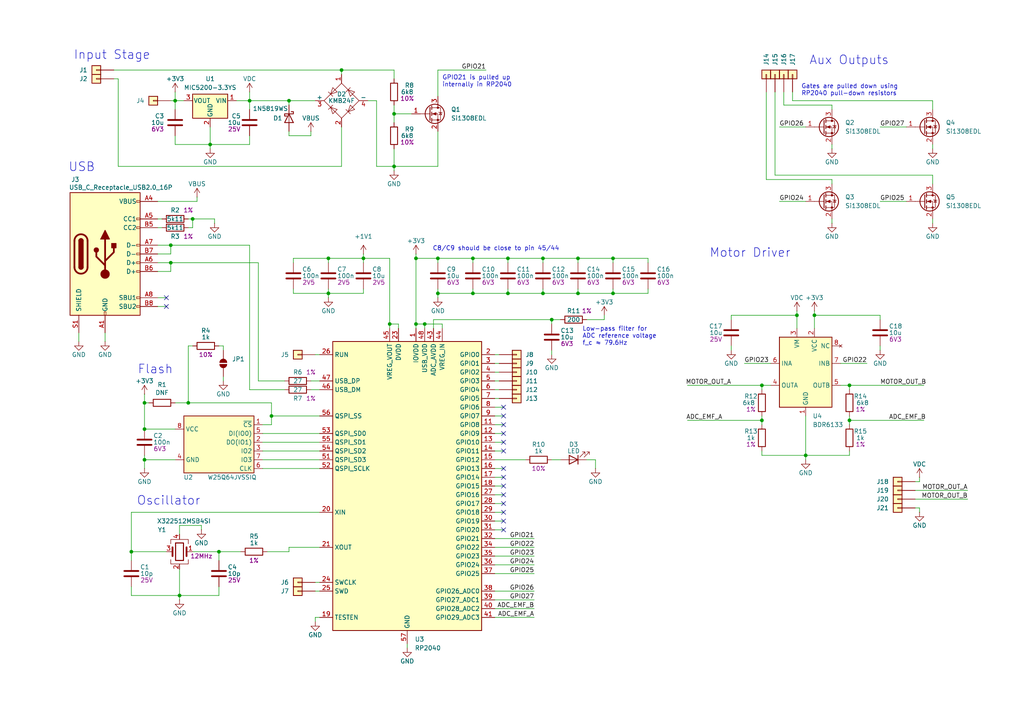
<source format=kicad_sch>
(kicad_sch (version 20231120) (generator "eeschema") (generator_version "8.0")
  (paper "A4")
  (title_block (title "RP2040-Decoder") (date "2024-11-21") (rev "1.0"))
  (junction (at 147.32 85.09))
  (junction (at 63.5 160.02))
  (junction (at 114.3 48.26))
  (junction (at 127 74.93))
  (junction (at 137.16 85.09))
  (junction (at 54.61 116.84))
  (junction (at 236.22 91.44))
  (junction (at 137.16 74.93))
  (junction (at 95.25 74.93))
  (junction (at 52.07 172.72))
  (junction (at 99.06 20.32))
  (junction (at 233.68 132.08))
  (junction (at 83.82 29.21))
  (junction (at 231.14 91.44))
  (junction (at 167.64 74.93))
  (junction (at 127 85.09))
  (junction (at 41.91 133.35))
  (junction (at 50.8 29.21))
  (junction (at 49.53 76.2))
  (junction (at 78.74 120.65))
  (junction (at 105.41 74.93))
  (junction (at 41.91 116.84))
  (junction (at 120.65 74.93))
  (junction (at 157.48 74.93))
  (junction (at 160.02 92.71))
  (junction (at 246.38 111.76))
  (junction (at 114.3 33.02))
  (junction (at 95.25 85.09))
  (junction (at 177.8 85.09))
  (junction (at 123.19 93.98))
  (junction (at 55.88 63.5))
  (junction (at 147.32 74.93))
  (junction (at 120.65 93.98))
  (junction (at 41.91 124.46))
  (junction (at 246.38 121.92))
  (junction (at 49.53 71.12))
  (junction (at 60.96 41.91))
  (junction (at 167.64 85.09))
  (junction (at 177.8 74.93))
  (junction (at 38.1 160.02))
  (junction (at 220.98 121.92))
  (junction (at 220.98 111.76))
  (junction (at 72.39 29.21))
  (junction (at 113.03 93.98))
  (junction (at 157.48 85.09))
  (no_connect (at 146.05 151.13))
  (no_connect (at 146.05 138.43))
  (no_connect (at 48.26 86.36))
  (no_connect (at 146.05 118.11))
  (no_connect (at 146.05 140.97))
  (no_connect (at 146.05 135.89))
  (no_connect (at 146.05 143.51))
  (no_connect (at 146.05 148.59))
  (no_connect (at 146.05 125.73))
  (no_connect (at 146.05 130.81))
  (no_connect (at 48.26 88.9))
  (no_connect (at 146.05 120.65))
  (no_connect (at 146.05 123.19))
  (no_connect (at 146.05 153.67))
  (no_connect (at 146.05 128.27))
  (no_connect (at 146.05 146.05))
  (wire (pts (xy 246.38 113.03) (xy 246.38 111.76)))
  (wire (pts (xy 90.17 110.49) (xy 92.71 110.49)))
  (wire (pts (xy 55.88 160.02) (xy 63.5 160.02)))
  (wire (pts (xy 231.14 91.44) (xy 231.14 95.25)))
  (wire (pts (xy 50.8 124.46) (xy 41.91 124.46)))
  (wire (pts (xy 90.17 38.1) (xy 90.17 39.37)))
  (wire (pts (xy 233.68 132.08) (xy 220.98 132.08)))
  (wire (pts (xy 167.64 85.09) (xy 157.48 85.09)))
  (wire (pts (xy 74.93 110.49) (xy 82.55 110.49)))
  (wire (pts (xy 137.16 74.93) (xy 147.32 74.93)))
  (wire (pts (xy 34.29 48.26) (xy 99.06 48.26)))
  (wire (pts (xy 83.82 39.37) (xy 83.82 38.1)))
  (wire (pts (xy 49.53 76.2) (xy 45.72 76.2)))
  (wire (pts (xy 226.06 36.83) (xy 233.68 36.83)))
  (wire (pts (xy 199.39 121.92) (xy 220.98 121.92)))
  (wire (pts (xy 147.32 74.93) (xy 147.32 76.2)))
  (wire (pts (xy 222.25 52.07) (xy 241.3 52.07)))
  (wire (pts (xy 118.11 186.69) (xy 118.11 187.96)))
  (wire (pts (xy 78.74 120.65) (xy 78.74 123.19)))
  (wire (pts (xy 143.51 171.45) (xy 154.94 171.45)))
  (wire (pts (xy 78.74 116.84) (xy 78.74 120.65)))
  (wire (pts (xy 106.68 29.21) (xy 109.22 29.21)))
  (wire (pts (xy 113.03 74.93) (xy 113.03 93.98)))
  (wire (pts (xy 60.96 41.91) (xy 72.39 41.91)))
  (wire (pts (xy 54.61 66.04) (xy 55.88 66.04)))
  (wire (pts (xy 233.68 132.08) (xy 233.68 133.35)))
  (wire (pts (xy 120.65 73.66) (xy 120.65 74.93)))
  (wire (pts (xy 55.88 63.5) (xy 62.23 63.5)))
  (wire (pts (xy 270.51 43.18) (xy 270.51 41.91)))
  (wire (pts (xy 175.26 91.44) (xy 175.26 92.71)))
  (wire (pts (xy 270.51 64.77) (xy 270.51 63.5)))
  (wire (pts (xy 78.74 120.65) (xy 92.71 120.65)))
  (wire (pts (xy 127 38.1) (xy 127 48.26)))
  (wire (pts (xy 90.17 113.03) (xy 92.71 113.03)))
  (wire (pts (xy 177.8 74.93) (xy 187.96 74.93)))
  (wire (pts (xy 72.39 29.21) (xy 72.39 31.75)))
  (wire (pts (xy 109.22 29.21) (xy 109.22 48.26)))
  (wire (pts (xy 143.51 153.67) (xy 146.05 153.67)))
  (wire (pts (xy 105.41 74.93) (xy 113.03 74.93)))
  (wire (pts (xy 91.44 179.07) (xy 92.71 179.07)))
  (wire (pts (xy 127 86.36) (xy 127 85.09)))
  (wire (pts (xy 54.61 100.33) (xy 54.61 116.84)))
  (wire (pts (xy 227.33 26.67) (xy 227.33 30.48)))
  (wire (pts (xy 95.25 86.36) (xy 95.25 85.09)))
  (wire (pts (xy 92.71 158.75) (xy 83.82 158.75)))
  (wire (pts (xy 177.8 74.93) (xy 177.8 76.2)))
  (wire (pts (xy 52.07 165.1) (xy 52.07 172.72)))
  (wire (pts (xy 57.15 58.42) (xy 57.15 57.15)))
  (wire (pts (xy 177.8 85.09) (xy 177.8 83.82)))
  (wire (pts (xy 266.7 147.32) (xy 266.7 148.59)))
  (wire (pts (xy 76.2 123.19) (xy 78.74 123.19)))
  (wire (pts (xy 241.3 30.48) (xy 241.3 31.75)))
  (wire (pts (xy 157.48 85.09) (xy 147.32 85.09)))
  (wire (pts (xy 270.51 53.34) (xy 270.51 50.8)))
  (wire (pts (xy 38.1 148.59) (xy 92.71 148.59)))
  (wire (pts (xy 147.32 83.82) (xy 147.32 85.09)))
  (wire (pts (xy 50.8 116.84) (xy 54.61 116.84)))
  (wire (pts (xy 143.51 173.99) (xy 154.94 173.99)))
  (wire (pts (xy 212.09 100.33) (xy 212.09 101.6)))
  (wire (pts (xy 220.98 111.76) (xy 223.52 111.76)))
  (wire (pts (xy 137.16 83.82) (xy 137.16 85.09)))
  (wire (pts (xy 215.9 105.41) (xy 223.52 105.41)))
  (wire (pts (xy 167.64 74.93) (xy 167.64 76.2)))
  (wire (pts (xy 143.51 166.37) (xy 154.94 166.37)))
  (wire (pts (xy 76.2 133.35) (xy 92.71 133.35)))
  (wire (pts (xy 33.02 20.32) (xy 99.06 20.32)))
  (wire (pts (xy 243.84 105.41) (xy 251.46 105.41)))
  (wire (pts (xy 49.53 71.12) (xy 72.39 71.12)))
  (wire (pts (xy 255.27 91.44) (xy 236.22 91.44)))
  (wire (pts (xy 114.3 33.02) (xy 119.38 33.02)))
  (wire (pts (xy 72.39 29.21) (xy 83.82 29.21)))
  (wire (pts (xy 167.64 74.93) (xy 177.8 74.93)))
  (wire (pts (xy 143.51 113.03) (xy 144.78 113.03)))
  (wire (pts (xy 143.51 146.05) (xy 146.05 146.05)))
  (wire (pts (xy 74.93 76.2) (xy 74.93 110.49)))
  (wire (pts (xy 22.86 99.06) (xy 22.86 96.52)))
  (wire (pts (xy 30.48 99.06) (xy 30.48 96.52)))
  (wire (pts (xy 167.64 85.09) (xy 177.8 85.09)))
  (wire (pts (xy 167.64 83.82) (xy 167.64 85.09)))
  (wire (pts (xy 143.51 120.65) (xy 146.05 120.65)))
  (wire (pts (xy 170.18 92.71) (xy 175.26 92.71)))
  (wire (pts (xy 41.91 116.84) (xy 43.18 116.84)))
  (wire (pts (xy 143.51 107.95) (xy 144.78 107.95)))
  (wire (pts (xy 127 74.93) (xy 137.16 74.93)))
  (wire (pts (xy 45.72 78.74) (xy 49.53 78.74)))
  (wire (pts (xy 60.96 43.18) (xy 60.96 41.91)))
  (wire (pts (xy 68.58 29.21) (xy 72.39 29.21)))
  (wire (pts (xy 220.98 130.81) (xy 220.98 132.08)))
  (wire (pts (xy 114.3 43.18) (xy 114.3 48.26)))
  (wire (pts (xy 72.39 113.03) (xy 82.55 113.03)))
  (wire (pts (xy 91.44 179.07) (xy 91.44 180.34)))
  (wire (pts (xy 74.93 76.2) (xy 49.53 76.2)))
  (wire (pts (xy 95.25 85.09) (xy 95.25 83.82)))
  (wire (pts (xy 55.88 100.33) (xy 54.61 100.33)))
  (wire (pts (xy 63.5 100.33) (xy 64.77 100.33)))
  (wire (pts (xy 72.39 41.91) (xy 72.39 39.37)))
  (wire (pts (xy 45.72 73.66) (xy 49.53 73.66)))
  (wire (pts (xy 45.72 88.9) (xy 48.26 88.9)))
  (wire (pts (xy 63.5 160.02) (xy 69.85 160.02)))
  (wire (pts (xy 220.98 121.92) (xy 220.98 120.65)))
  (wire (pts (xy 143.51 163.83) (xy 154.94 163.83)))
  (wire (pts (xy 72.39 29.21) (xy 72.39 26.67)))
  (wire (pts (xy 265.43 147.32) (xy 266.7 147.32)))
  (wire (pts (xy 55.88 66.04) (xy 55.88 63.5)))
  (wire (pts (xy 143.51 161.29) (xy 154.94 161.29)))
  (wire (pts (xy 99.06 20.32) (xy 114.3 20.32)))
  (wire (pts (xy 76.2 125.73) (xy 92.71 125.73)))
  (wire (pts (xy 38.1 160.02) (xy 38.1 162.56)))
  (wire (pts (xy 123.19 93.98) (xy 123.19 95.25)))
  (wire (pts (xy 127 76.2) (xy 127 74.93)))
  (wire (pts (xy 127 85.09) (xy 127 83.82)))
  (wire (pts (xy 60.96 41.91) (xy 50.8 41.91)))
  (wire (pts (xy 120.65 74.93) (xy 120.65 93.98)))
  (wire (pts (xy 157.48 74.93) (xy 167.64 74.93)))
  (wire (pts (xy 50.8 39.37) (xy 50.8 41.91)))
  (wire (pts (xy 170.18 133.35) (xy 172.72 133.35)))
  (wire (pts (xy 76.2 128.27) (xy 92.71 128.27)))
  (wire (pts (xy 160.02 101.6) (xy 160.02 102.87)))
  (wire (pts (xy 113.03 93.98) (xy 115.57 93.98)))
  (wire (pts (xy 246.38 111.76) (xy 267.97 111.76)))
  (wire (pts (xy 85.09 76.2) (xy 85.09 74.93)))
  (wire (pts (xy 143.51 115.57) (xy 144.78 115.57)))
  (wire (pts (xy 143.51 179.07) (xy 154.94 179.07)))
  (wire (pts (xy 220.98 123.19) (xy 220.98 121.92)))
  (wire (pts (xy 62.23 63.5) (xy 62.23 64.77)))
  (wire (pts (xy 229.87 26.67) (xy 229.87 29.21)))
  (wire (pts (xy 246.38 121.92) (xy 246.38 120.65)))
  (wire (pts (xy 143.51 148.59) (xy 146.05 148.59)))
  (wire (pts (xy 41.91 133.35) (xy 50.8 133.35)))
  (wire (pts (xy 266.7 138.43) (xy 266.7 139.7)))
  (wire (pts (xy 143.51 128.27) (xy 146.05 128.27)))
  (wire (pts (xy 160.02 92.71) (xy 162.56 92.71)))
  (wire (pts (xy 241.3 52.07) (xy 241.3 53.34)))
  (wire (pts (xy 160.02 92.71) (xy 160.02 93.98)))
  (wire (pts (xy 115.57 93.98) (xy 115.57 95.25)))
  (wire (pts (xy 120.65 95.25) (xy 120.65 93.98)))
  (wire (pts (xy 143.51 102.87) (xy 144.78 102.87)))
  (wire (pts (xy 172.72 133.35) (xy 172.72 135.89)))
  (wire (pts (xy 114.3 49.53) (xy 114.3 48.26)))
  (wire (pts (xy 177.8 85.09) (xy 187.96 85.09)))
  (wire (pts (xy 76.2 135.89) (xy 92.71 135.89)))
  (wire (pts (xy 255.27 100.33) (xy 255.27 101.6)))
  (wire (pts (xy 143.51 158.75) (xy 154.94 158.75)))
  (wire (pts (xy 54.61 63.5) (xy 55.88 63.5)))
  (wire (pts (xy 63.5 170.18) (xy 63.5 172.72)))
  (wire (pts (xy 41.91 116.84) (xy 41.91 124.46)))
  (wire (pts (xy 222.25 26.67) (xy 222.25 52.07)))
  (wire (pts (xy 114.3 20.32) (xy 114.3 22.86)))
  (wire (pts (xy 41.91 114.3) (xy 41.91 116.84)))
  (wire (pts (xy 127 74.93) (xy 120.65 74.93)))
  (wire (pts (xy 143.51 133.35) (xy 152.4 133.35)))
  (wire (pts (xy 77.47 160.02) (xy 83.82 160.02)))
  (wire (pts (xy 241.3 43.18) (xy 241.3 41.91)))
  (wire (pts (xy 33.02 22.86) (xy 34.29 22.86)))
  (wire (pts (xy 212.09 92.71) (xy 212.09 91.44)))
  (wire (pts (xy 52.07 172.72) (xy 63.5 172.72)))
  (wire (pts (xy 236.22 90.17) (xy 236.22 91.44)))
  (wire (pts (xy 199.39 111.76) (xy 220.98 111.76)))
  (wire (pts (xy 54.61 116.84) (xy 78.74 116.84)))
  (wire (pts (xy 38.1 170.18) (xy 38.1 172.72)))
  (wire (pts (xy 246.38 121.92) (xy 246.38 123.19)))
  (wire (pts (xy 246.38 111.76) (xy 243.84 111.76)))
  (wire (pts (xy 46.99 66.04) (xy 45.72 66.04)))
  (wire (pts (xy 270.51 29.21) (xy 270.51 31.75)))
  (wire (pts (xy 64.77 109.22) (xy 64.77 110.49)))
  (wire (pts (xy 85.09 85.09) (xy 95.25 85.09)))
  (wire (pts (xy 99.06 36.83) (xy 99.06 48.26)))
  (wire (pts (xy 83.82 29.21) (xy 91.44 29.21)))
  (wire (pts (xy 41.91 135.89) (xy 41.91 133.35)))
  (wire (pts (xy 49.53 29.21) (xy 50.8 29.21)))
  (wire (pts (xy 280.67 144.78) (xy 265.43 144.78)))
  (wire (pts (xy 143.51 151.13) (xy 146.05 151.13)))
  (wire (pts (xy 95.25 74.93) (xy 105.41 74.93)))
  (wire (pts (xy 266.7 139.7) (xy 265.43 139.7)))
  (wire (pts (xy 52.07 172.72) (xy 52.07 173.99)))
  (wire (pts (xy 246.38 121.92) (xy 267.97 121.92)))
  (wire (pts (xy 38.1 148.59) (xy 38.1 160.02)))
  (wire (pts (xy 114.3 33.02) (xy 114.3 35.56)))
  (wire (pts (xy 255.27 36.83) (xy 262.89 36.83)))
  (wire (pts (xy 52.07 152.4) (xy 58.42 152.4)))
  (wire (pts (xy 143.51 143.51) (xy 146.05 143.51)))
  (wire (pts (xy 105.41 74.93) (xy 105.41 73.66)))
  (wire (pts (xy 105.41 83.82) (xy 105.41 85.09)))
  (wire (pts (xy 147.32 74.93) (xy 157.48 74.93)))
  (wire (pts (xy 45.72 86.36) (xy 48.26 86.36)))
  (wire (pts (xy 229.87 29.21) (xy 270.51 29.21)))
  (wire (pts (xy 187.96 74.93) (xy 187.96 76.2)))
  (wire (pts (xy 137.16 74.93) (xy 137.16 76.2)))
  (wire (pts (xy 58.42 152.4) (xy 58.42 153.67)))
  (wire (pts (xy 85.09 83.82) (xy 85.09 85.09)))
  (wire (pts (xy 128.27 93.98) (xy 123.19 93.98)))
  (wire (pts (xy 137.16 85.09) (xy 147.32 85.09)))
  (wire (pts (xy 143.51 123.19) (xy 146.05 123.19)))
  (wire (pts (xy 162.56 133.35) (xy 160.02 133.35)))
  (wire (pts (xy 50.8 29.21) (xy 50.8 31.75)))
  (wire (pts (xy 157.48 83.82) (xy 157.48 85.09)))
  (wire (pts (xy 120.65 93.98) (xy 123.19 93.98)))
  (wire (pts (xy 105.41 74.93) (xy 105.41 76.2)))
  (wire (pts (xy 52.07 152.4) (xy 52.07 154.94)))
  (wire (pts (xy 113.03 95.25) (xy 113.03 93.98)))
  (wire (pts (xy 143.51 176.53) (xy 154.94 176.53)))
  (wire (pts (xy 91.44 168.91) (xy 92.71 168.91)))
  (wire (pts (xy 38.1 160.02) (xy 48.26 160.02)))
  (wire (pts (xy 64.77 100.33) (xy 64.77 101.6)))
  (wire (pts (xy 143.51 135.89) (xy 146.05 135.89)))
  (wire (pts (xy 143.51 110.49) (xy 144.78 110.49)))
  (wire (pts (xy 49.53 73.66) (xy 49.53 71.12)))
  (wire (pts (xy 227.33 30.48) (xy 241.3 30.48)))
  (wire (pts (xy 143.51 156.21) (xy 154.94 156.21)))
  (wire (pts (xy 60.96 36.83) (xy 60.96 41.91)))
  (wire (pts (xy 226.06 58.42) (xy 233.68 58.42)))
  (wire (pts (xy 143.51 118.11) (xy 146.05 118.11)))
  (wire (pts (xy 143.51 105.41) (xy 144.78 105.41)))
  (wire (pts (xy 224.79 26.67) (xy 224.79 50.8)))
  (wire (pts (xy 220.98 113.03) (xy 220.98 111.76)))
  (wire (pts (xy 187.96 85.09) (xy 187.96 83.82)))
  (wire (pts (xy 231.14 90.17) (xy 231.14 91.44)))
  (wire (pts (xy 127 85.09) (xy 137.16 85.09)))
  (wire (pts (xy 280.67 142.24) (xy 265.43 142.24)))
  (wire (pts (xy 83.82 39.37) (xy 90.17 39.37)))
  (wire (pts (xy 83.82 29.21) (xy 83.82 30.48)))
  (wire (pts (xy 255.27 58.42) (xy 262.89 58.42)))
  (wire (pts (xy 157.48 74.93) (xy 157.48 76.2)))
  (wire (pts (xy 83.82 158.75) (xy 83.82 160.02)))
  (wire (pts (xy 85.09 74.93) (xy 95.25 74.93)))
  (wire (pts (xy 143.51 125.73) (xy 146.05 125.73)))
  (wire (pts (xy 128.27 95.25) (xy 128.27 93.98)))
  (wire (pts (xy 270.51 50.8) (xy 224.79 50.8)))
  (wire (pts (xy 91.44 171.45) (xy 92.71 171.45)))
  (wire (pts (xy 50.8 29.21) (xy 50.8 26.67)))
  (wire (pts (xy 143.51 138.43) (xy 146.05 138.43)))
  (wire (pts (xy 72.39 71.12) (xy 72.39 113.03)))
  (wire (pts (xy 76.2 130.81) (xy 92.71 130.81)))
  (wire (pts (xy 99.06 21.59) (xy 99.06 20.32)))
  (wire (pts (xy 109.22 48.26) (xy 114.3 48.26)))
  (wire (pts (xy 45.72 58.42) (xy 57.15 58.42)))
  (wire (pts (xy 212.09 91.44) (xy 231.14 91.44)))
  (wire (pts (xy 125.73 92.71) (xy 160.02 92.71)))
  (wire (pts (xy 45.72 71.12) (xy 49.53 71.12)))
  (wire (pts (xy 53.34 29.21) (xy 50.8 29.21)))
  (wire (pts (xy 255.27 92.71) (xy 255.27 91.44)))
  (wire (pts (xy 143.51 130.81) (xy 146.05 130.81)))
  (wire (pts (xy 127 20.32) (xy 127 27.94)))
  (wire (pts (xy 233.68 120.65) (xy 233.68 132.08)))
  (wire (pts (xy 143.51 140.97) (xy 146.05 140.97)))
  (wire (pts (xy 63.5 160.02) (xy 63.5 162.56)))
  (wire (pts (xy 127 20.32) (xy 140.97 20.32)))
  (wire (pts (xy 91.44 102.87) (xy 92.71 102.87)))
  (wire (pts (xy 114.3 48.26) (xy 127 48.26)))
  (wire (pts (xy 38.1 172.72) (xy 52.07 172.72)))
  (wire (pts (xy 125.73 95.25) (xy 125.73 92.71)))
  (wire (pts (xy 246.38 130.81) (xy 246.38 132.08)))
  (wire (pts (xy 95.25 74.93) (xy 95.25 76.2)))
  (wire (pts (xy 105.41 85.09) (xy 95.25 85.09)))
  (wire (pts (xy 236.22 91.44) (xy 236.22 95.25)))
  (wire (pts (xy 241.3 64.77) (xy 241.3 63.5)))
  (wire (pts (xy 34.29 22.86) (xy 34.29 48.26)))
  (wire (pts (xy 41.91 133.35) (xy 41.91 132.08)))
  (wire (pts (xy 114.3 30.48) (xy 114.3 33.02)))
  (wire (pts (xy 46.99 63.5) (xy 45.72 63.5)))
  (wire (pts (xy 49.53 78.74) (xy 49.53 76.2)))
  (wire (pts (xy 233.68 132.08) (xy 246.38 132.08)))
  (text "Gates are pulled down using\nRP2040 pull-down resistors" (at 232.41 27.94 0) (effects (font (size 1.27 1.27)) (justify left bottom)))
  (text "Motor Driver" (at 205.74 74.93 0) (effects (font (size 2.54 2.54)) (justify left bottom)))
  (text "GPIO21 is pulled up\ninternally in RP2040" (at 128.27 25.4 0) (effects (font (size 1.27 1.27)) (justify left bottom)))
  (text "Aux Outputs" (at 234.696 19.05 0) (effects (font (size 2.54 2.54)) (justify left bottom)))
  (text "C8/C9 should be close to pin 45/44" (at 125.476 72.898 0) (effects (font (size 1.27 1.27)) (justify left bottom)))
  (text "USB\n" (at 19.812 50.038 0) (effects (font (size 2.54 2.54)) (justify left bottom)))
  (text "Oscillator" (at 39.624 146.812 0) (effects (font (size 2.54 2.54)) (justify left bottom)))
  (text "Low-pass filter for\nADC reference voltage\nf_c​ ≈ 79.6Hz" (at 168.91 100.33 0) (effects (font (size 1.27 1.27)) (justify left bottom)))
  (text "Flash" (at 39.878 108.712 0) (effects (font (size 2.54 2.54)) (justify left bottom)))
  (text "Input Stage" (at 21.336 17.526 0) (effects (font (size 2.54 2.54)) (justify left bottom)))
  (label "GPIO24" (at 154.94 163.83 180))
  (label "MOTOR_OUT_B" (at 255.27 111.76 0))
  (label "ADC_EMF_A" (at 154.94 179.07 180))
  (label "GPIO27" (at 255.27 36.83 0))
  (label "GPIO22" (at 154.94 158.75 180))
  (label "ADC_EMF_A" (at 209.55 121.92 180))
  (label "GPIO21" (at 140.97 20.32 180))
  (label "GPIO23" (at 215.9 105.41 0))
  (label "GPIO24" (at 226.06 58.42 0))
  (label "GPIO26" (at 226.06 36.83 0))
  (label "MOTOR_OUT_A" (at 280.67 142.24 180))
  (label "GPIO25" (at 154.94 166.37 180))
  (label "GPIO22" (at 251.46 105.41 180))
  (label "GPIO23" (at 154.94 161.29 180))
  (label "GPIO21" (at 154.94 156.21 180))
  (label "MOTOR_OUT_A" (at 212.09 111.76 180))
  (label "ADC_EMF_B" (at 257.81 121.92 0))
  (label "GPIO26" (at 154.94 171.45 180))
  (label "ADC_EMF_B" (at 154.94 176.53 180))
  (label "GPIO27" (at 154.94 173.99 180))
  (label "MOTOR_OUT_B" (at 280.67 144.78 180))
  (label "GPIO25" (at 255.27 58.42 0))
  (symbol (lib_id "Device:C") (at 72.39 35.56 0) (mirror y) (unit 1)
    (property "Reference" "C5" (at 69.85 33.655 0) (effects (justify left)))
    (property "Value" "10u" (at 69.85 35.56 0) (effects (justify left)))
    (property "Footprint" "Capacitor_SMD:C_0603_1608Metric" (effects (hide yes)))
    (property "Voltage" "25V" (at 67.945 37.465 0))
  )
  (symbol (lib_id "Device:C") (at 50.8 35.56 0) (mirror y) (unit 1)
    (property "Reference" "C3" (at 47.625 33.655 0) (effects (justify left)))
    (property "Value" "10u" (at 47.625 35.56 0) (effects (justify left)))
    (property "Footprint" "Capacitor_SMD:C_0603_1608Metric" (effects (hide yes)))
    (property "Voltage" "6V3" (at 45.72 37.465 0))
  )
  (symbol (lib_id "Device:R") (at 220.98 127 180) (unit 1)
    (property "Reference" "R13" (at 217.805 125.095 0))
    (property "Value" "1k" (at 217.805 127 0))
    (property "Footprint" "Resistor_SMD:R_0402_1005Metric" (effects (hide yes)))
    (property "Tolerance" "1%" (at 217.805 128.905 0))
  )
  (symbol (lib_id "Device:R") (at 220.98 116.84 180) (unit 1)
    (property "Reference" "R12" (at 217.805 114.935 0))
    (property "Value" "6k8" (at 217.17 116.84 0))
    (property "Footprint" "Resistor_SMD:R_0402_1005Metric" (effects (hide yes)))
    (property "Tolerance" "1%" (at 217.805 118.745 0))
  )
  (symbol (lib_id "Device:C") (at 187.96 80.01 0) (unit 1)
    (property "Reference" "C16" (at 190.5 78.105 0) (effects (justify left)))
    (property "Value" "100n" (at 190.5 80.01 0) (effects (justify left)))
    (property "Footprint" "Capacitor_SMD:C_0402_1005Metric" (effects (hide yes)))
    (property "Voltage" "6V3" (at 192.405 81.915 0))
  )
  (symbol (lib_name "Conn_01x01_4") (lib_id "Connector_Generic:Conn_01x01") (at 260.35 142.24 180) (unit 1)
    (property "Reference" "J19" (at 257.81 142.24 0) (effects (justify left)))
    (property "Value" "Conn_01x01" (effects (hide yes)))
    (property "Footprint" "TestPoint:TestPoint_Pad_1.5x1.5mm" (effects (hide yes)))
    (property "Description" "Generic connector, single row, 01x01, script generated (kicad-library-utils/schlib/autogen/connector/)" (effects (hide yes)))
  )
  (symbol (lib_id "Device:R") (at 50.8 63.5 270) (unit 1)
    (property "Reference" "R2" (at 50.8 60.96 90))
    (property "Value" "5k11" (at 50.8 63.5 90))
    (property "Footprint" "Resistor_SMD:R_0402_1005Metric" (effects (hide yes)))
    (property "Tolerance" "1%" (at 54.61 60.96 90))
  )
  (symbol (lib_name "Conn_01x01_4") (lib_id "Connector_Generic:Conn_01x01") (at 222.25 21.59 90) (unit 1)
    (property "Reference" "J14" (at 222.25 19.05 0) (effects (justify left)))
    (property "Value" "Conn_01x01" (effects (hide yes)))
    (property "Footprint" "TestPoint:TestPoint_Pad_D2.0mm" (effects (hide yes)))
    (property "Description" "Generic connector, single row, 01x01, script generated (kicad-library-utils/schlib/autogen/connector/)" (effects (hide yes)))
  )
  (symbol (lib_id "RP2040-Decoder_Additional_Symbols:W25Q64JVSSIQ") (at 63.5 128.27 0) (unit 1)
    (property "Reference" "U2" (at 54.61 138.43 0))
    (property "Value" "W25Q64JVSSIQ" (at 67.31 138.43 0))
    (property "Footprint" "Package_SO:SOIC-8_5.23x5.23mm_P1.27mm" (effects (hide yes)))
    (property "Datasheet" "https://www.winbond.com/resource-files/w25q64jv%20revj%2003272018%20plus.pdf" (effects (hide yes)))
    (property "Alternative Part" "W25Q32JVSSIQ; W25Q16JVSSIQ;" (effects (hide yes)))
  )
  (symbol (lib_id "MCU_RaspberryPi:RP2040") (at 118.11 140.97 0) (unit 1)
    (property "Reference" "U3" (at 120.3041 185.42 0) (effects (justify left)))
    (property "Value" "RP2040" (at 120.3041 187.96 0) (effects (justify left)))
    (property "Footprint" "Package_DFN_QFN:QFN-56-1EP_7x7mm_P0.4mm_EP3.2x3.2mm" (effects (hide yes)))
    (property "Datasheet" "https://datasheets.raspberrypi.com/rp2040/rp2040-datasheet.pdf" (effects (hide yes)))
    (property "Description" "A microcontroller by Raspberry Pi" (effects (hide yes)))
  )
  (symbol (lib_name "GND_2") (lib_id "power:GND") (at 22.86 99.06 0) (unit 1)
    (property "Reference" "#PWR01" (effects (hide yes)))
    (property "Value" "GND" (at 22.86 102.87 0))
    (property "Description" "Power symbol creates a global label with name \"GND\" , ground" (effects (hide yes)))
  )
  (symbol (lib_name "+3V3_1") (lib_id "power:+3V3") (at 236.22 90.17 0) (unit 1)
    (property "Reference" "#PWR026" (effects (hide yes)))
    (property "Value" "+3V3" (at 236.22 86.36 0))
    (property "Description" "Power symbol creates a global label with name \"+3V3\"" (effects (hide yes)))
  )
  (symbol (lib_id "Connector_Generic:Conn_01x01") (at 149.86 115.57 0) (unit 1)
    (property "Reference" "J13" (at 152.4 115.57 0) (effects (justify left)))
    (property "Value" "Conn_01x01" (effects (hide yes)))
    (property "Footprint" "TestPoint:TestPoint_Pad_D1.5mm" (effects (hide yes)))
    (property "Description" "Generic connector, single row, 01x01, script generated (kicad-library-utils/schlib/autogen/connector/)" (effects (hide yes)))
    (property "GPIO_PIN" "5" (effects (hide yes)))
  )
  (symbol (lib_name "GND_1") (lib_id "power:GND") (at 172.72 135.89 0) (unit 1)
    (property "Reference" "#PWR022" (effects (hide yes)))
    (property "Value" "GND" (at 172.72 139.7 0))
    (property "Description" "Power symbol creates a global label with name \"GND\" , ground" (effects (hide yes)))
  )
  (symbol (lib_name "R_1") (lib_id "Device:R") (at 166.37 92.71 270) (unit 1)
    (property "Reference" "R11" (at 166.37 90.17 90))
    (property "Value" "200" (at 166.37 92.71 90))
    (property "Footprint" "Resistor_SMD:R_0402_1005Metric" (effects (hide yes)))
    (property "Tolerance" "1%" (at 170.18 90.17 90))
  )
  (symbol (lib_id "RP2040-Decoder_Additional_Symbols:MIC5200-3.3YS") (at 60.96 29.21 0) (mirror y) (unit 1)
    (property "Reference" "U1" (at 60.96 22.86 0))
    (property "Value" "MIC5200-3.3YS" (at 60.96 25.4 0))
    (property "Footprint" "Package_TO_SOT_SMD:SOT-223" (effects (hide yes)))
    (property "Datasheet" "https://www.lcsc.com/datasheet/lcsc_datasheet_2311091744_UMW-Youtai-Semiconductor-Co---Ltd--MIC5200-3-3YS-UMW_C5343216.pdf" (effects (hide yes)))
    (property "Description" "100mA Fixed 3.3V 26V SOT-223 Voltage Regulators - Linear, Low Drop Out (LDO) Regulators" (effects (hide yes)))
    (property "Alternative Part" "UA78M33CDCYR; RS3002-3.3YD3; LM2940S-3.3;" (effects (hide yes)))
  )
  (symbol (lib_name "Conn_01x01_4") (lib_id "Connector_Generic:Conn_01x01") (at 260.35 147.32 180) (unit 1)
    (property "Reference" "J21" (at 257.81 147.32 0) (effects (justify left)))
    (property "Value" "Conn_01x01" (effects (hide yes)))
    (property "Footprint" "TestPoint:TestPoint_Pad_D2.0mm" (effects (hide yes)))
    (property "Description" "Generic connector, single row, 01x01, script generated (kicad-library-utils/schlib/autogen/connector/)" (effects (hide yes)))
  )
  (symbol (lib_id "Device:C") (at 177.8 80.01 0) (unit 1)
    (property "Reference" "C15" (at 180.34 78.105 0) (effects (justify left)))
    (property "Value" "100n" (at 180.34 80.01 0) (effects (justify left)))
    (property "Footprint" "Capacitor_SMD:C_0402_1005Metric" (effects (hide yes)))
    (property "Voltage" "6V3" (at 182.245 81.915 0))
  )
  (symbol (lib_name "GND_1") (lib_id "power:GND") (at 241.3 64.77 0) (unit 1)
    (property "Reference" "#PWR028" (effects (hide yes)))
    (property "Value" "GND" (at 241.3 68.58 0))
    (property "Description" "Power symbol creates a global label with name \"GND\" , ground" (effects (hide yes)))
  )
  (symbol (lib_id "Device:C") (at 38.1 166.37 0) (unit 1)
    (property "Reference" "C1" (at 40.64 164.465 0) (effects (justify left)))
    (property "Value" "10p" (at 40.64 166.37 0) (effects (justify left)))
    (property "Footprint" "Capacitor_SMD:C_0402_1005Metric" (effects (hide yes)))
    (property "Voltage" "25V" (at 42.545 168.275 0))
  )
  (symbol (lib_id "Device:C") (at 160.02 97.79 0) (unit 1)
    (property "Reference" "C13" (at 162.56 95.885 0) (effects (justify left)))
    (property "Value" "10u" (at 162.56 97.79 0) (effects (justify left)))
    (property "Footprint" "Capacitor_SMD:C_0402_1005Metric" (effects (hide yes)))
    (property "Voltage" "6V3" (at 164.465 99.695 0))
  )
  (symbol (lib_id "Device:R") (at 114.3 26.67 0) (mirror x) (unit 1)
    (property "Reference" "R8" (at 118.745 24.765 0))
    (property "Value" "6k8" (at 118.11 26.67 0))
    (property "Footprint" "Resistor_SMD:R_0402_1005Metric" (effects (hide yes)))
    (property "Tolerance" "10%" (at 118.11 28.575 0))
  )
  (symbol (lib_name "Conn_01x01_7") (lib_id "Connector_Generic:Conn_01x01") (at 149.86 110.49 0) (unit 1)
    (property "Reference" "J11" (at 152.4 110.49 0) (effects (justify left)))
    (property "Value" "Conn_01x01" (effects (hide yes)))
    (property "Footprint" "TestPoint:TestPoint_Pad_D1.5mm" (effects (hide yes)))
    (property "Description" "Generic connector, single row, 01x01, script generated (kicad-library-utils/schlib/autogen/connector/)" (effects (hide yes)))
    (property "GPIO_PIN" "3" (effects (hide yes)))
  )
  (symbol (lib_id "Device:R") (at 59.69 100.33 270) (unit 1)
    (property "Reference" "R4" (at 59.69 95.885 90))
    (property "Value" "1k" (at 59.69 97.79 90))
    (property "Footprint" "Resistor_SMD:R_0402_1005Metric" (effects (hide yes)))
    (property "Tolerance" "10%" (at 59.69 102.87 90))
  )
  (symbol (lib_name "GND_1") (lib_id "power:GND") (at 91.44 180.34 0) (unit 1)
    (property "Reference" "#PWR014" (effects (hide yes)))
    (property "Value" "GND" (at 91.44 184.15 0))
    (property "Description" "Power symbol creates a global label with name \"GND\" , ground" (effects (hide yes)))
  )
  (symbol (lib_id "Device:C") (at 157.48 80.01 0) (unit 1)
    (property "Reference" "C12" (at 160.02 78.105 0) (effects (justify left)))
    (property "Value" "100n" (at 160.02 80.01 0) (effects (justify left)))
    (property "Footprint" "Capacitor_SMD:C_0402_1005Metric" (effects (hide yes)))
    (property "Voltage" "6V3" (at 161.925 81.915 0))
  )
  (symbol (lib_id "Device:R") (at 246.38 116.84 0) (mirror x) (unit 1)
    (property "Reference" "R14" (at 249.555 114.935 0))
    (property "Value" "6k8" (at 250.19 116.84 0))
    (property "Footprint" "Resistor_SMD:R_0402_1005Metric" (effects (hide yes)))
    (property "Tolerance" "1%" (at 249.555 118.745 0))
  )
  (symbol (lib_name "GND_1") (lib_id "power:GND") (at 52.07 173.99 0) (unit 1)
    (property "Reference" "#PWR06" (effects (hide yes)))
    (property "Value" "GND" (at 52.07 177.8 0))
    (property "Description" "Power symbol creates a global label with name \"GND\" , ground" (effects (hide yes)))
  )
  (symbol (lib_id "Device:C") (at 105.41 80.01 0) (unit 1)
    (property "Reference" "C8" (at 107.95 78.105 0) (effects (justify left)))
    (property "Value" "10u" (at 107.95 80.01 0) (effects (justify left)))
    (property "Footprint" "Capacitor_SMD:C_0402_1005Metric" (effects (hide yes)))
    (property "Voltage" "2V5" (at 109.855 81.915 0))
  )
  (symbol (lib_name "Conn_01x01_2") (lib_id "Connector_Generic:Conn_01x01") (at 27.94 20.32 180) (unit 1)
    (property "Reference" "J1" (at 25.4 20.32 0) (effects (justify left)))
    (property "Value" "Conn_01x01" (effects (hide yes)))
    (property "Footprint" "TestPoint:TestPoint_Pad_D2.0mm" (effects (hide yes)))
    (property "Description" "Generic connector, single row, 01x01, script generated (kicad-library-utils/schlib/autogen/connector/)" (effects (hide yes)))
  )
  (symbol (lib_name "Conn_01x01_4") (lib_id "Connector_Generic:Conn_01x01") (at 86.36 171.45 180) (unit 1)
    (property "Reference" "J7" (at 83.82 171.45 0) (effects (justify left)))
    (property "Value" "Conn_01x01" (effects (hide yes)))
    (property "Footprint" "TestPoint:TestPoint_Pad_D1.5mm" (effects (hide yes)))
    (property "Description" "Generic connector, single row, 01x01, script generated (kicad-library-utils/schlib/autogen/connector/)" (effects (hide yes)))
  )
  (symbol (lib_name "GND_1") (lib_id "power:GND") (at 95.25 86.36 0) (unit 1)
    (property "Reference" "#PWR015" (effects (hide yes)))
    (property "Value" "GND" (at 95.25 90.17 0))
    (property "Description" "Power symbol creates a global label with name \"GND\" , ground" (effects (hide yes)))
  )
  (symbol (lib_id "Device:C") (at 212.09 96.52 0) (mirror y) (unit 1)
    (property "Reference" "C17" (at 209.55 94.615 0) (effects (justify left)))
    (property "Value" "10u" (at 209.55 96.52 0) (effects (justify left)))
    (property "Footprint" "Capacitor_SMD:C_0603_1608Metric" (effects (hide yes)))
    (property "Voltage" "25V" (at 207.645 98.425 0))
  )
  (symbol (lib_id "Transistor_FET:Si1308EDL") (at 267.97 36.83 0) (unit 1)
    (property "Reference" "Q4" (at 274.32 35.5599 0) (effects (justify left)))
    (property "Value" "Si1308EDL" (at 274.32 38.0999 0) (effects (justify left)))
    (property "Footprint" "Package_TO_SOT_SMD:SOT-323_SC-70" (effects (hide yes)))
    (property "Datasheet" "https://www.vishay.com/docs/63399/si1308edl.pdf" (effects (hide yes)))
    (property "Description" "30V Vds, 1.4A Id, N-Channel MOSFET, SC-70" (effects (hide yes)))
    (property "Alternative Part" "SI1302; SI1304" (effects (hide yes)))
  )
  (symbol (lib_name "GND_1") (lib_id "power:GND") (at 60.96 43.18 0) (unit 1)
    (property "Reference" "#PWR09" (effects (hide yes)))
    (property "Value" "GND" (at 60.96 46.99 0))
    (property "Description" "Power symbol creates a global label with name \"GND\" , ground" (effects (hide yes)))
  )
  (symbol (lib_name "GND_1") (lib_id "power:GND") (at 118.11 187.96 0) (unit 1)
    (property "Reference" "#PWR018" (effects (hide yes)))
    (property "Value" "GND" (at 118.11 191.77 0))
    (property "Description" "Power symbol creates a global label with name \"GND\" , ground" (effects (hide yes)))
  )
  (symbol (lib_id "Device:C") (at 95.25 80.01 0) (unit 1)
    (property "Reference" "C7" (at 97.79 78.105 0) (effects (justify left)))
    (property "Value" "100n" (at 97.79 80.01 0) (effects (justify left)))
    (property "Footprint" "Capacitor_SMD:C_0402_1005Metric" (effects (hide yes)))
    (property "Voltage" "2V5" (at 99.695 81.915 0))
  )
  (symbol (lib_name "GND_1") (lib_id "power:GND") (at 41.91 135.89 0) (unit 1)
    (property "Reference" "#PWR04" (effects (hide yes)))
    (property "Value" "GND" (at 41.91 139.7 0))
    (property "Description" "Power symbol creates a global label with name \"GND\" , ground" (effects (hide yes)))
  )
  (symbol (lib_id "Device:R") (at 86.36 110.49 270) (unit 1)
    (property "Reference" "R6" (at 86.36 107.95 90))
    (property "Value" "27" (at 86.36 110.49 90))
    (property "Footprint" "Resistor_SMD:R_0402_1005Metric" (effects (hide yes)))
    (property "Tolerance" "1%" (at 90.17 107.95 90))
  )
  (symbol (lib_id "Device:C") (at 147.32 80.01 0) (unit 1)
    (property "Reference" "C11" (at 149.86 78.105 0) (effects (justify left)))
    (property "Value" "100n" (at 149.86 80.01 0) (effects (justify left)))
    (property "Footprint" "Capacitor_SMD:C_0402_1005Metric" (effects (hide yes)))
    (property "Voltage" "6V3" (at 151.765 81.915 0))
  )
  (symbol (lib_id "Device:R") (at 50.8 66.04 270) (mirror x) (unit 1)
    (property "Reference" "R3" (at 50.8 68.58 90))
    (property "Value" "5k11" (at 50.8 66.04 90))
    (property "Footprint" "Resistor_SMD:R_0402_1005Metric" (effects (hide yes)))
    (property "Tolerance" "1%" (at 54.61 68.58 90))
  )
  (symbol (lib_id "power:VDC") (at 231.14 90.17 0) (unit 1)
    (property "Reference" "#PWR012" (effects (hide yes)))
    (property "Value" "VDC" (at 231.14 86.36 0))
    (property "Description" "Power symbol creates a global label with name \"VDC\"" (effects (hide yes)))
  )
  (symbol (lib_id "Device:R") (at 156.21 133.35 270) (unit 1)
    (property "Reference" "R10" (at 156.21 128.905 90))
    (property "Value" "1k" (at 156.21 130.81 90))
    (property "Footprint" "Resistor_SMD:R_0402_1005Metric" (effects (hide yes)))
    (property "Tolerance" "10%" (at 156.21 135.89 90))
  )
  (symbol (lib_id "Jumper:SolderJumper_2_Open") (at 64.77 105.41 90) (unit 1) (exclude_from_sim yes) (in_bom no)
    (property "Reference" "JP1" (at 67.31 104.1399 90) (effects (justify right)))
    (property "Value" "SolderJumper_2_Open" (effects (hide yes)))
    (property "Footprint" "Jumper:SolderJumper-2_P1.3mm_Open_RoundedPad1.0x1.5mm" (effects (hide yes)))
    (property "Description" "Solder Jumper, 2-pole, open" (effects (hide yes)))
  )
  (symbol (lib_id "Device:R") (at 86.36 113.03 270) (mirror x) (unit 1)
    (property "Reference" "R7" (at 86.36 115.57 90))
    (property "Value" "27" (at 86.36 113.03 90))
    (property "Footprint" "Resistor_SMD:R_0402_1005Metric" (effects (hide yes)))
    (property "Tolerance" "1%" (at 90.17 115.57 90))
  )
  (symbol (lib_id "Device:C") (at 167.64 80.01 0) (unit 1)
    (property "Reference" "C14" (at 170.18 78.105 0) (effects (justify left)))
    (property "Value" "100n" (at 170.18 80.01 0) (effects (justify left)))
    (property "Footprint" "Capacitor_SMD:C_0402_1005Metric" (effects (hide yes)))
    (property "Voltage" "6V3" (at 172.085 81.915 0))
  )
  (symbol (lib_id "Device:LED") (at 166.37 133.35 180) (unit 1)
    (property "Reference" "D3" (at 166.37 128.905 0))
    (property "Value" "LED" (at 166.37 130.81 0))
    (property "Footprint" "LED_SMD:LED_0603_1608Metric" (effects (hide yes)))
    (property "Description" "Light emitting diode" (effects (hide yes)))
  )
  (symbol (lib_id "Device:C") (at 127 80.01 0) (unit 1)
    (property "Reference" "C9" (at 129.54 78.105 0) (effects (justify left)))
    (property "Value" "10u" (at 129.54 80.01 0) (effects (justify left)))
    (property "Footprint" "Capacitor_SMD:C_0402_1005Metric" (effects (hide yes)))
    (property "Voltage" "6V3" (at 131.445 81.915 0))
  )
  (symbol (lib_name "GND_1") (lib_id "power:GND") (at 270.51 43.18 0) (unit 1)
    (property "Reference" "#PWR031" (effects (hide yes)))
    (property "Value" "GND" (at 270.51 46.99 0))
    (property "Description" "Power symbol creates a global label with name \"GND\" , ground" (effects (hide yes)))
  )
  (symbol (lib_name "+3V3_1") (lib_id "power:+3V3") (at 175.26 91.44 0) (unit 1)
    (property "Reference" "#PWR023" (effects (hide yes)))
    (property "Value" "+3V3" (at 175.26 87.63 0))
    (property "Description" "Power symbol creates a global label with name \"+3V3\"" (effects (hide yes)))
  )
  (symbol (lib_id "Transistor_FET:Si1308EDL") (at 267.97 58.42 0) (unit 1)
    (property "Reference" "Q5" (at 274.32 57.1499 0) (effects (justify left)))
    (property "Value" "Si1308EDL" (at 274.32 59.6899 0) (effects (justify left)))
    (property "Footprint" "Package_TO_SOT_SMD:SOT-323_SC-70" (effects (hide yes)))
    (property "Datasheet" "https://www.vishay.com/docs/63399/si1308edl.pdf" (effects (hide yes)))
    (property "Description" "30V Vds, 1.4A Id, N-Channel MOSFET, SC-70" (effects (hide yes)))
    (property "Alternative Part" "SI1302; SI1304" (effects (hide yes)))
  )
  (symbol (lib_name "GND_1") (lib_id "power:GND") (at 160.02 102.87 0) (unit 1)
    (property "Reference" "#PWR021" (effects (hide yes)))
    (property "Value" "GND" (at 160.02 106.68 0))
    (property "Description" "Power symbol creates a global label with name \"GND\" , ground" (effects (hide yes)))
  )
  (symbol (lib_name "Conn_01x01_6") (lib_id "Connector_Generic:Conn_01x01") (at 149.86 107.95 0) (unit 1)
    (property "Reference" "J10" (at 152.4 107.95 0) (effects (justify left)))
    (property "Value" "Conn_01x01" (effects (hide yes)))
    (property "Footprint" "TestPoint:TestPoint_Pad_D1.5mm" (effects (hide yes)))
    (property "Description" "Generic connector, single row, 01x01, script generated (kicad-library-utils/schlib/autogen/connector/)" (effects (hide yes)))
    (property "GPIO_PIN" "2" (effects (hide yes)))
  )
  (symbol (lib_id "Transistor_FET:Si1308EDL") (at 238.76 58.42 0) (unit 1)
    (property "Reference" "Q3" (at 245.11 57.1499 0) (effects (justify left)))
    (property "Value" "Si1308EDL" (at 245.11 59.6899 0) (effects (justify left)))
    (property "Footprint" "Package_TO_SOT_SMD:SOT-323_SC-70" (effects (hide yes)))
    (property "Datasheet" "https://www.vishay.com/docs/63399/si1308edl.pdf" (effects (hide yes)))
    (property "Description" "30V Vds, 1.4A Id, N-Channel MOSFET, SC-70" (effects (hide yes)))
    (property "Alternative Part" "SI1302; SI1304" (effects (hide yes)))
  )
  (symbol (lib_name "GND_1") (lib_id "power:GND") (at 212.09 101.6 0) (unit 1)
    (property "Reference" "#PWR029" (effects (hide yes)))
    (property "Value" "GND" (at 212.09 105.41 0))
    (property "Description" "Power symbol creates a global label with name \"GND\" , ground" (effects (hide yes)))
  )
  (symbol (lib_name "Conn_01x01_4") (lib_id "Connector_Generic:Conn_01x01") (at 260.35 139.7 180) (unit 1)
    (property "Reference" "J18" (at 257.81 139.7 0) (effects (justify left)))
    (property "Value" "Conn_01x01" (effects (hide yes)))
    (property "Footprint" "TestPoint:TestPoint_Pad_D2.0mm" (effects (hide yes)))
    (property "Description" "Generic connector, single row, 01x01, script generated (kicad-library-utils/schlib/autogen/connector/)" (effects (hide yes)))
  )
  (symbol (lib_id "Diode:1N5819WS") (at 83.82 34.29 270) (unit 1)
    (property "Reference" "D1" (at 81.915 34.29 90) (effects (justify right)))
    (property "Value" "1N5819WS" (at 83.566 31.496 90) (effects (justify right)))
    (property "Footprint" "Diode_SMD:D_SOD-323_HandSoldering" (effects (hide yes)))
    (property "Datasheet" "https://datasheet.lcsc.com/lcsc/2204281430_Guangdong-Hottech-1N5819WS_C191023.pdf" (effects (hide yes)))
    (property "Description" "40V 600mV@1A 1A SOD-323 Schottky Barrier Diodes, SOD-323" (effects (hide yes)))
  )
  (symbol (lib_name "Conn_01x01_1") (lib_id "Connector_Generic:Conn_01x01") (at 27.94 22.86 180) (unit 1)
    (property "Reference" "J2" (at 25.4 22.86 0) (effects (justify left)))
    (property "Value" "Conn_01x01" (effects (hide yes)))
    (property "Footprint" "TestPoint:TestPoint_Pad_D2.0mm" (effects (hide yes)))
    (property "Description" "Generic connector, single row, 01x01, script generated (kicad-library-utils/schlib/autogen/connector/)" (effects (hide yes)))
  )
  (symbol (lib_name "+3V3_1") (lib_id "power:+3V3") (at 50.8 26.67 0) (unit 1)
    (property "Reference" "#PWR05" (effects (hide yes)))
    (property "Value" "+3V3" (at 50.8 22.86 0))
    (property "Description" "Power symbol creates a global label with name \"+3V3\"" (effects (hide yes)))
  )
  (symbol (lib_name "GND_1") (lib_id "power:GND") (at 270.51 64.77 0) (unit 1)
    (property "Reference" "#PWR032" (effects (hide yes)))
    (property "Value" "GND" (at 270.51 68.58 0))
    (property "Description" "Power symbol creates a global label with name \"GND\" , ground" (effects (hide yes)))
  )
  (symbol (lib_name "GND_1") (lib_id "power:GND") (at 233.68 133.35 0) (unit 1)
    (property "Reference" "#PWR025" (effects (hide yes)))
    (property "Value" "GND" (at 233.68 137.16 0))
    (property "Description" "Power symbol creates a global label with name \"GND\" , ground" (effects (hide yes)))
  )
  (symbol (lib_name "Conn_01x01_3") (lib_id "Connector_Generic:Conn_01x01") (at 44.45 29.21 180) (unit 1)
    (property "Reference" "J4" (at 41.91 29.21 0) (effects (justify left)))
    (property "Value" "Conn_01x01" (effects (hide yes)))
    (property "Footprint" "TestPoint:TestPoint_Pad_D2.0mm" (effects (hide yes)))
    (property "Description" "Generic connector, single row, 01x01, script generated (kicad-library-utils/schlib/autogen/connector/)" (effects (hide yes)))
  )
  (symbol (lib_id "Connector:USB_C_Receptacle_USB2.0_16P") (at 30.48 73.66 0) (unit 1)
    (property "Reference" "J3" (at 21.844 52.07 0))
    (property "Value" "USB_C_Receptacle_USB2.0_16P" (at 35.052 54.356 0))
    (property "Footprint" "Connector_USB:USB_C_Receptacle_GCT_USB4105-xx-A_16P_TopMnt_Horizontal" (effects (hide yes)))
    (property "Datasheet" "https://www.usb.org/sites/default/files/documents/usb_type-c.zip" (effects (hide yes)))
    (property "Description" "USB 2.0-only 16P Type-C Receptacle connector" (effects (hide yes)))
  )
  (symbol (lib_name "Conn_01x01_8") (lib_id "Connector_Generic:Conn_01x01") (at 149.86 113.03 0) (unit 1)
    (property "Reference" "J12" (at 152.4 113.03 0) (effects (justify left)))
    (property "Value" "Conn_01x01" (effects (hide yes)))
    (property "Footprint" "TestPoint:TestPoint_Pad_D1.5mm" (effects (hide yes)))
    (property "Description" "Generic connector, single row, 01x01, script generated (kicad-library-utils/schlib/autogen/connector/)" (effects (hide yes)))
    (property "GPIO_PIN" "4" (effects (hide yes)))
  )
  (symbol (lib_name "GND_2") (lib_id "power:GND") (at 30.48 99.06 0) (unit 1)
    (property "Reference" "#PWR02" (effects (hide yes)))
    (property "Value" "GND" (at 30.48 102.87 0))
    (property "Description" "Power symbol creates a global label with name \"GND\" , ground" (effects (hide yes)))
  )
  (symbol (lib_id "Device:C") (at 85.09 80.01 0) (unit 1)
    (property "Reference" "C6" (at 87.63 78.105 0) (effects (justify left)))
    (property "Value" "100n" (at 87.63 80.01 0) (effects (justify left)))
    (property "Footprint" "Capacitor_SMD:C_0402_1005Metric" (effects (hide yes)))
    (property "Voltage" "2V5" (at 89.535 81.915 0))
  )
  (symbol (lib_id "power:VDC") (at 72.39 26.67 0) (unit 1)
    (property "Reference" "#PWR033" (effects (hide yes)))
    (property "Value" "VDC" (at 72.39 22.86 0))
    (property "Description" "Power symbol creates a global label with name \"VDC\"" (effects (hide yes)))
  )
  (symbol (lib_name "Conn_01x01_5") (lib_id "Connector_Generic:Conn_01x01") (at 149.86 105.41 0) (unit 1)
    (property "Reference" "J9" (at 152.4 105.41 0) (effects (justify left)))
    (property "Value" "Conn_01x01" (effects (hide yes)))
    (property "Footprint" "TestPoint:TestPoint_Pad_D1.5mm" (effects (hide yes)))
    (property "Description" "Generic connector, single row, 01x01, script generated (kicad-library-utils/schlib/autogen/connector/)" (effects (hide yes)))
    (property "GPIO_PIN" "1" (effects (hide yes)))
  )
  (symbol (lib_id "Device:C") (at 137.16 80.01 0) (unit 1)
    (property "Reference" "C10" (at 139.7 78.105 0) (effects (justify left)))
    (property "Value" "100n" (at 139.7 80.01 0) (effects (justify left)))
    (property "Footprint" "Capacitor_SMD:C_0402_1005Metric" (effects (hide yes)))
    (property "Voltage" "6V3" (at 141.605 81.915 0))
  )
  (symbol (lib_id "Transistor_FET:Si1308EDL") (at 238.76 36.83 0) (unit 1)
    (property "Reference" "Q2" (at 245.11 35.5599 0) (effects (justify left)))
    (property "Value" "Si1308EDL" (at 245.11 38.0999 0) (effects (justify left)))
    (property "Footprint" "Package_TO_SOT_SMD:SOT-323_SC-70" (effects (hide yes)))
    (property "Datasheet" "https://www.vishay.com/docs/63399/si1308edl.pdf" (effects (hide yes)))
    (property "Description" "30V Vds, 1.4A Id, N-Channel MOSFET, SC-70" (effects (hide yes)))
    (property "Alternative Part" "SI1302; SI1304" (effects (hide yes)))
  )
  (symbol (lib_name "Conn_01x01_4") (lib_id "Connector_Generic:Conn_01x01") (at 86.36 102.87 180) (unit 1)
    (property "Reference" "J5" (at 83.82 102.87 0) (effects (justify left)))
    (property "Value" "Conn_01x01" (effects (hide yes)))
    (property "Footprint" "TestPoint:TestPoint_Pad_D1.5mm" (effects (hide yes)))
    (property "Description" "Generic connector, single row, 01x01, script generated (kicad-library-utils/schlib/autogen/connector/)" (effects (hide yes)))
  )
  (symbol (lib_id "RP2040-Decoder_Additional_Symbols:X322512MSB4SI") (at 52.07 160.02 180) (unit 1)
    (property "Reference" "Y1" (at 46.99 153.67 0))
    (property "Value" "X322512MSB4SI" (at 53.34 151.13 0))
    (property "Footprint" "Crystal:Crystal_SMD_3225-4Pin_3.2x2.5mm" (effects (hide yes)))
    (property "Datasheet" "https://datasheet.lcsc.com/lcsc/2103291203_Yangxing-Tech-X322512MSB4SI_C9002.pdf" (effects (hide yes)))
    (property "Frequency" "12MHz" (at 58.42 161.29 0))
  )
  (symbol (lib_name "GND_2") (lib_id "power:GND") (at 64.77 110.49 0) (unit 1)
    (property "Reference" "#PWR011" (effects (hide yes)))
    (property "Value" "GND" (at 64.77 114.3 0))
    (property "Description" "Power symbol creates a global label with name \"GND\" , ground" (effects (hide yes)))
  )
  (symbol (lib_id "Device:R") (at 114.3 39.37 0) (mirror x) (unit 1)
    (property "Reference" "R9" (at 118.745 37.465 0))
    (property "Value" "6k8" (at 118.11 39.37 0))
    (property "Footprint" "Resistor_SMD:R_0402_1005Metric" (effects (hide yes)))
    (property "Tolerance" "10%" (at 118.11 41.275 0))
  )
  (symbol (lib_name "+3V3_1") (lib_id "power:+3V3") (at 41.91 114.3 0) (unit 1)
    (property "Reference" "#PWR03" (effects (hide yes)))
    (property "Value" "+3V3" (at 41.91 110.49 0))
    (property "Description" "Power symbol creates a global label with name \"+3V3\"" (effects (hide yes)))
  )
  (symbol (lib_name "GND_1") (lib_id "power:GND") (at 58.42 153.67 0) (unit 1)
    (property "Reference" "#PWR08" (effects (hide yes)))
    (property "Value" "GND" (at 58.42 157.48 0))
    (property "Description" "Power symbol creates a global label with name \"GND\" , ground" (effects (hide yes)))
  )
  (symbol (lib_id "power:VBUS") (at 57.15 57.15 0) (unit 1)
    (property "Reference" "#PWR07" (effects (hide yes)))
    (property "Value" "VBUS" (at 57.15 53.34 0))
    (property "Description" "Power symbol creates a global label with name \"VBUS\"" (effects (hide yes)))
  )
  (symbol (lib_name "GND_1") (lib_id "power:GND") (at 62.23 64.77 0) (unit 1)
    (property "Reference" "#PWR010" (effects (hide yes)))
    (property "Value" "GND" (at 62.23 68.58 0))
    (property "Description" "Power symbol creates a global label with name \"GND\" , ground" (effects (hide yes)))
  )
  (symbol (lib_id "Device:C") (at 63.5 166.37 0) (unit 1)
    (property "Reference" "C4" (at 66.04 164.465 0) (effects (justify left)))
    (property "Value" "10p" (at 66.04 166.37 0) (effects (justify left)))
    (property "Footprint" "Capacitor_SMD:C_0402_1005Metric" (effects (hide yes)))
    (property "Voltage" "25V" (at 67.945 168.275 0))
  )
  (symbol (lib_name "GND_1") (lib_id "power:GND") (at 266.7 148.59 0) (unit 1)
    (property "Reference" "#PWR030" (effects (hide yes)))
    (property "Value" "GND" (at 266.7 152.4 0))
    (property "Description" "Power symbol creates a global label with name \"GND\" , ground" (effects (hide yes)))
  )
  (symbol (lib_name "GND_1") (lib_id "power:GND") (at 255.27 101.6 0) (unit 1)
    (property "Reference" "#PWR034" (effects (hide yes)))
    (property "Value" "GND" (at 255.27 105.41 0))
    (property "Description" "Power symbol creates a global label with name \"GND\" , ground" (effects (hide yes)))
  )
  (symbol (lib_id "Transistor_FET:Si1308EDL") (at 124.46 33.02 0) (unit 1)
    (property "Reference" "Q1" (at 130.81 31.7499 0) (effects (justify left)))
    (property "Value" "Si1308EDL" (at 130.81 34.2899 0) (effects (justify left)))
    (property "Footprint" "Package_TO_SOT_SMD:SOT-323_SC-70" (effects (hide yes)))
    (property "Datasheet" "https://www.vishay.com/docs/63399/si1308edl.pdf" (effects (hide yes)))
    (property "Description" "30V Vds, 1.4A Id, N-Channel MOSFET, SC-70" (effects (hide yes)))
    (property "Alternative Part" "SI1302; SI1304" (effects (hide yes)))
  )
  (symbol (lib_name "Conn_01x01_4") (lib_id "Connector_Generic:Conn_01x01") (at 227.33 21.59 90) (unit 1)
    (property "Reference" "J16" (at 227.33 19.05 0) (effects (justify left)))
    (property "Value" "Conn_01x01" (effects (hide yes)))
    (property "Footprint" "TestPoint:TestPoint_Pad_D2.0mm" (effects (hide yes)))
    (property "Description" "Generic connector, single row, 01x01, script generated (kicad-library-utils/schlib/autogen/connector/)" (effects (hide yes)))
  )
  (symbol (lib_name "GND_1") (lib_id "power:GND") (at 114.3 49.53 0) (unit 1)
    (property "Reference" "#PWR017" (effects (hide yes)))
    (property "Value" "GND" (at 114.3 53.34 0))
    (property "Description" "Power symbol creates a global label with name \"GND\" , ground" (effects (hide yes)))
  )
  (symbol (lib_name "Conn_01x01_4") (lib_id "Connector_Generic:Conn_01x01") (at 86.36 168.91 180) (unit 1)
    (property "Reference" "J6" (at 83.82 168.91 0) (effects (justify left)))
    (property "Value" "Conn_01x01" (effects (hide yes)))
    (property "Footprint" "TestPoint:TestPoint_Pad_D1.5mm" (effects (hide yes)))
    (property "Description" "Generic connector, single row, 01x01, script generated (kicad-library-utils/schlib/autogen/connector/)" (effects (hide yes)))
  )
  (symbol (lib_id "RP2040-Decoder_Additional_Symbols:KMB24F") (at 99.06 29.21 180) (unit 1)
    (property "Reference" "D2" (at 99.06 27.305 0))
    (property "Value" "KMB24F" (at 99.06 29.21 0))
    (property "Footprint" "Package_TO_SOT_SMD:TO-269AA" (effects (hide yes)))
    (property "Datasheet" "https://datasheet.lcsc.com/lcsc/2010151636_FUXINSEMI-KMB24F_C880910.pdf" (effects (hide yes)))
    (property "Comment" "TO-269AA = MBS" (effects (hide yes)))
  )
  (symbol (lib_name "+3V3_1") (lib_id "power:+3V3") (at 120.65 73.66 0) (unit 1)
    (property "Reference" "#PWR019" (effects (hide yes)))
    (property "Value" "+3V3" (at 120.65 69.85 0))
    (property "Description" "Power symbol creates a global label with name \"+3V3\"" (effects (hide yes)))
  )
  (symbol (lib_name "Conn_01x01_4") (lib_id "Connector_Generic:Conn_01x01") (at 149.86 102.87 0) (unit 1)
    (property "Reference" "J8" (at 152.4 102.87 0) (effects (justify left)))
    (property "Value" "Conn_01x01" (effects (hide yes)))
    (property "Footprint" "TestPoint:TestPoint_Pad_D1.5mm" (effects (hide yes)))
    (property "Description" "Generic connector, single row, 01x01, script generated (kicad-library-utils/schlib/autogen/connector/)" (effects (hide yes)))
    (property "GPIO_PIN" "0" (effects (hide yes)))
  )
  (symbol (lib_id "Device:C") (at 255.27 96.52 0) (unit 1)
    (property "Reference" "C18" (at 257.81 94.615 0) (effects (justify left)))
    (property "Value" "10u" (at 257.81 96.52 0) (effects (justify left)))
    (property "Footprint" "Capacitor_SMD:C_0402_1005Metric" (effects (hide yes)))
    (property "Voltage" "6V3" (at 259.715 98.425 0))
  )
  (symbol (lib_name "+1V1_1") (lib_id "power:+1V1") (at 105.41 73.66 0) (unit 1)
    (property "Reference" "#PWR016" (effects (hide yes)))
    (property "Value" "+1V1" (at 105.41 68.58 0))
    (property "Description" "Power symbol creates a global label with name \"+1V1\"" (effects (hide yes)))
  )
  (symbol (lib_name "Conn_01x01_4") (lib_id "Connector_Generic:Conn_01x01") (at 224.79 21.59 90) (unit 1)
    (property "Reference" "J15" (at 224.79 19.05 0) (effects (justify left)))
    (property "Value" "Conn_01x01" (effects (hide yes)))
    (property "Footprint" "TestPoint:TestPoint_Pad_D2.0mm" (effects (hide yes)))
    (property "Description" "Generic connector, single row, 01x01, script generated (kicad-library-utils/schlib/autogen/connector/)" (effects (hide yes)))
  )
  (symbol (lib_id "Device:C") (at 41.91 128.27 0) (unit 1)
    (property "Reference" "C2" (at 44.45 126.365 0) (effects (justify left)))
    (property "Value" "100n" (at 44.45 128.27 0) (effects (justify left)))
    (property "Footprint" "Capacitor_SMD:C_0402_1005Metric" (effects (hide yes)))
    (property "Voltage" "6V3" (at 46.355 130.175 0))
  )
  (symbol (lib_id "Device:R") (at 246.38 127 0) (mirror x) (unit 1)
    (property "Reference" "R15" (at 249.555 125.095 0))
    (property "Value" "1k" (at 249.555 127 0))
    (property "Footprint" "Resistor_SMD:R_0402_1005Metric" (effects (hide yes)))
    (property "Tolerance" "1%" (at 249.555 128.905 0))
  )
  (symbol (lib_id "power:VBUS") (at 90.17 38.1 0) (unit 1)
    (property "Reference" "#PWR013" (effects (hide yes)))
    (property "Value" "VBUS" (at 90.17 34.29 0))
    (property "Description" "Power symbol creates a global label with name \"VBUS\"" (effects (hide yes)))
  )
  (symbol (lib_name "Conn_01x01_4") (lib_id "Connector_Generic:Conn_01x01") (at 260.35 144.78 180) (unit 1)
    (property "Reference" "J20" (at 257.81 144.78 0) (effects (justify left)))
    (property "Value" "Conn_01x01" (effects (hide yes)))
    (property "Footprint" "TestPoint:TestPoint_Pad_1.5x1.5mm" (effects (hide yes)))
    (property "Description" "Generic connector, single row, 01x01, script generated (kicad-library-utils/schlib/autogen/connector/)" (effects (hide yes)))
  )
  (symbol (lib_id "Device:R") (at 73.66 160.02 270) (unit 1)
    (property "Reference" "R5" (at 73.66 155.575 90))
    (property "Value" "1k" (at 73.66 157.48 90))
    (property "Footprint" "Resistor_SMD:R_0402_1005Metric" (effects (hide yes)))
    (property "Tolerance" "1%" (at 73.66 162.56 90))
  )
  (symbol (lib_id "power:VDC") (at 266.7 138.43 0) (unit 1)
    (property "Reference" "#PWR024" (effects (hide yes)))
    (property "Value" "VDC" (at 266.7 134.62 0))
    (property "Description" "Power symbol creates a global label with name \"VDC\"" (effects (hide yes)))
  )
  (symbol (lib_id "Device:R") (at 46.99 116.84 270) (unit 1)
    (property "Reference" "R1" (at 46.99 111.5822 90))
    (property "Value" "DNF" (at 46.99 113.8936 90))
    (property "Footprint" "Resistor_SMD:R_0402_1005Metric" (effects (hide yes)))
  )
  (symbol (lib_name "Conn_01x01_4") (lib_id "Connector_Generic:Conn_01x01") (at 229.87 21.59 90) (unit 1)
    (property "Reference" "J17" (at 229.87 19.05 0) (effects (justify left)))
    (property "Value" "Conn_01x01" (effects (hide yes)))
    (property "Footprint" "TestPoint:TestPoint_Pad_D2.0mm" (effects (hide yes)))
    (property "Description" "Generic connector, single row, 01x01, script generated (kicad-library-utils/schlib/autogen/connector/)" (effects (hide yes)))
  )
  (symbol (lib_name "GND_1") (lib_id "power:GND") (at 127 86.36 0) (unit 1)
    (property "Reference" "#PWR020" (effects (hide yes)))
    (property "Value" "GND" (at 127 90.17 0))
    (property "Description" "Power symbol creates a global label with name \"GND\" , ground" (effects (hide yes)))
  )
  (symbol (lib_name "GND_1") (lib_id "power:GND") (at 241.3 43.18 0) (unit 1)
    (property "Reference" "#PWR027" (effects (hide yes)))
    (property "Value" "GND" (at 241.3 46.99 0))
    (property "Description" "Power symbol creates a global label with name \"GND\" , ground" (effects (hide yes)))
  )
  (symbol (lib_id "RP2040-Decoder_Additional_Symbols:BDR6133") (at 233.68 107.95 0) (unit 1)
    (property "Reference" "U4" (at 235.6994 120.65 0) (effects (justify left)))
    (property "Value" "BDR6133" (at 235.6994 123.19 0) (effects (justify left)))
    (property "Footprint" "Package_SO:SOIC-8-1EP_3.9x4.9mm_P1.27mm_EP2.41x3.3mm_ThermalVias" (effects (hide yes)))
    (property "Datasheet" "https://datasheet.lcsc.com/lcsc/2101211904_Bardeen-Micro--BDR6133_C2687793.pdf" (effects (hide yes)))
    (property "Alternative Part" "PT5126A" (effects (hide yes)))
  )
)
</source>
